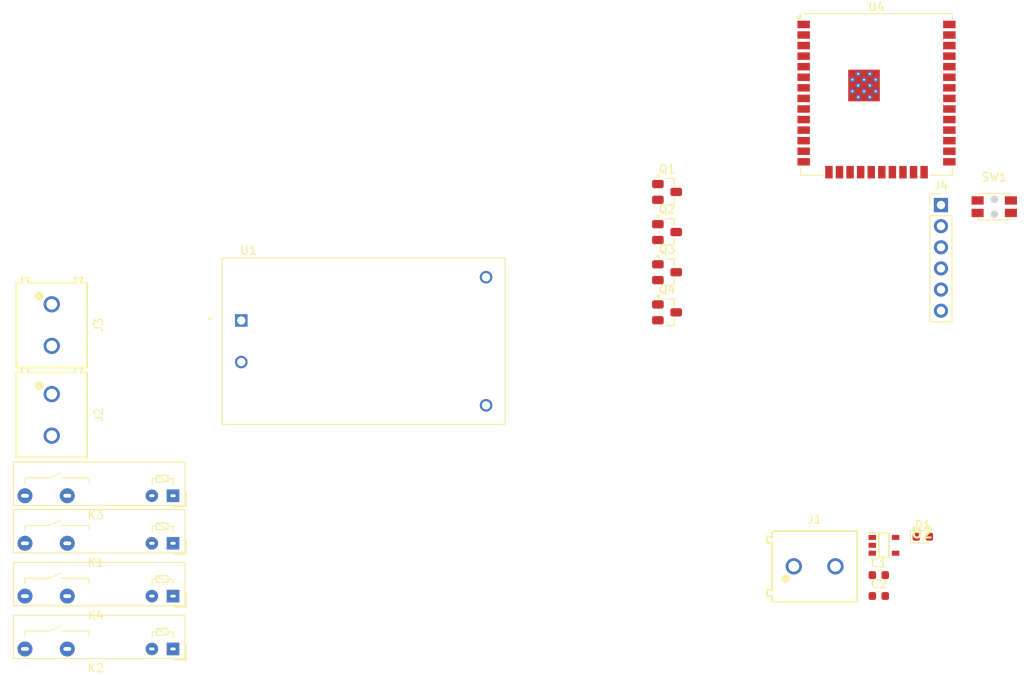
<source format=kicad_pcb>
(kicad_pcb (version 20240108) (generator "pcbnew") (generator_version "8.0")
  (layers (0 "F.Cu" signal) (31 "B.Cu" signal) (34 "B.Paste" user) (35 "F.Paste" user) (36 "B.SilkS" user "B.Silkscreen") (37 "F.SilkS" user "F.Silkscreen") (38 "B.Mask" user) (39 "F.Mask" user) (44 "Edge.Cuts" user))
  (net 0 "")
  (net 1 "+5V")
  (net 2 "Net-(D1-A)")
  (net 3 "GND")
  (net 4 "Net-(D2-A)")
  (net 5 "+3V3")
  (net 7 "Net-(U4-GND-Pad1)")
  (net 42 "Net-(D3-A)")
  (net 43 "Net-(D4-A)")
  (net 44 "Net-(D5-A)")
  (net 45 "/microcontroller/TX")
  (net 46 "/microcontroller/Flash")
  (net 47 "/microcontroller/RX")
  (net 48 "/microcontroller/Rst")
  (net 49 "/microcontroller/Button")
  (net 50 "/Relay and diver/Rel_sig1")
  (net 51 "/Relay and diver/Rel_sig2")
  (net 52 "/Relay and diver/Rel_sig4")
  (net 53 "/Relay and diver/Rel_sig3")
  (net 54 "/AC to DC conv/Neutral")
  (net 55 "/AC to DC conv/Phase")
  (net 59 "Net-(J2-Pin_1)")
  (net 60 "Net-(J2-Pin_2)")
  (net 61 "Net-(J3-Pin_2)")
  (net 62 "Net-(J3-Pin_1)")
  (footprint "Package_TO_SOT_SMD:SuperSOT-3" (layer "F.Cu") (at 184.3925 82.76)
    (property "Reference" "Q2" (at 0 -2.75 0) (layer "F.SilkS"))
    (property "Value" "FDN537N")
    (fp_line (start -0.18 -1.6) (end 0.85 -1.6) (stroke (width 0.12)) (layer "F.SilkS"))
    (fp_line (start -0.18 1.6) (end 0.85 1.6) (stroke (width 0.12)) (layer "F.SilkS"))
    (fp_line (start 0.85 -0.77) (end 0.85 -1.6) (stroke (width 0.12)) (layer "F.SilkS"))
    (fp_line (start 0.85 1.6) (end 0.85 0.77) (stroke (width 0.12)) (layer "F.SilkS"))
    (fp_poly (pts (xy -1.09 -1.71) (xy -1.33 -2.04) (xy -0.85 -2.04) (xy -1.09 -1.71)) (stroke (width 0.12)) (fill solid) (layer "F.SilkS"))
    (pad "1" smd roundrect (at -1.1 -0.95) (size 1.4 1) (layers "F.Cu" "F.Paste" "F.Mask") (net 53 "/Relay and diver/Rel_sig3"))
    (pad "2" smd roundrect (at -1.1 0.95) (size 1.4 1) (layers "F.Cu" "F.Paste" "F.Mask") (net 42 "Net-(D3-A)"))
    (pad "3" smd roundrect (at 1.1 0) (size 1.4 1) (layers "F.Cu" "F.Paste" "F.Mask") (net 3 "GND"))
  )
  (footprint "Rak_FP_Library:Relay_SPST_Fanahar_5A" (layer "F.Cu") (at 125.0575 120.1675 180)
    (property "Reference" "K1" (at 9.28 -2.3 360) (layer "F.SilkS"))
    (property "Value" "1-2071556-1")
    (fp_line (start 19.18 4.05) (end 19.18 -1.15) (stroke (width 0.12)) (layer "F.SilkS"))
    (fp_line (start 19.18 -1.15) (end -1.42 -1.15) (stroke (width 0.12)) (layer "F.SilkS"))
    (fp_line (start 17.79 2.15) (end 14.89 2.15) (stroke (width 0.12)) (layer "F.SilkS"))
    (fp_line (start 17.79 1.55) (end 17.79 2.15) (stroke (width 0.12)) (layer "F.SilkS"))
    (fp_line (start 14.89 2.15) (end 13.49 2.75) (stroke (width 0.12)) (layer "F.SilkS"))
    (fp_line (start 13.29 2.15) (end 10.09 2.15) (stroke (width 0.12)) (layer "F.SilkS"))
    (fp_line (start 10.09 2.15) (end 10.09 1.55) (stroke (width 0.12)) (layer "F.SilkS"))
    (fp_line (start 2.5 2.05) (end 2.5 1.35) (stroke (width 0.12)) (layer "F.SilkS"))
    (fp_line (start 2 2.45) (end 0.6 2.45) (stroke (width 0.12)) (layer "F.SilkS"))
    (fp_line (start 2 2.05) (end 2.5 2.05) (stroke (width 0.12)) (layer "F.SilkS"))
    (fp_line (start 2 1.65) (end 2 2.45) (stroke (width 0.12)) (layer "F.SilkS"))
    (fp_line (start 0.6 2.45) (end 0.6 2.05) (stroke (width 0.12)) (layer "F.SilkS"))
    (fp_line (start 0.6 2.05) (end 0.6 1.65) (stroke (width 0.12)) (layer "F.SilkS"))
    (fp_line (start 0.6 1.65) (end 2 2.45) (stroke (width 0.12)) (layer "F.SilkS"))
    (fp_line (start 0.6 1.65) (end 2 1.65) (stroke (width 0.12)) (layer "F.SilkS"))
    (fp_line (start 0 2.05) (end 0.6 2.05) (stroke (width 0.12)) (layer "F.SilkS"))
    (fp_line (start 0 1.35) (end 0 2.05) (stroke (width 0.12)) (layer "F.SilkS"))
    (fp_line (start -1.42 4.05) (end 19.18 4.05) (stroke (width 0.12)) (layer "F.SilkS"))
    (fp_line (start -1.42 -1.15) (end -1.42 4.05) (stroke (width 0.12)) (layer "F.SilkS"))
    (fp_line (start -1.59 0.53) (end -1.59 -1.32) (stroke (width 0.12)) (layer "F.SilkS"))
    (fp_line (start -1.59 -1.32) (end -0.1 -1.32) (stroke (width 0.12)) (layer "F.SilkS"))
    (pad "Com" thru_hole circle (at 12.7 0 180) (size 1.79 1.79) (drill oval 0.95 0.45) (layers "*.Cu" "*.Mask") (net 59 "Net-(J2-Pin_1)"))
    (pad "K1" thru_hole rect (at 0 0 180) (size 1.5 1.5) (drill oval 0.65 0.35) (layers "*.Cu" "*.Mask") (net 1 "+5V"))
    (pad "K2" thru_hole circle (at 2.54 0 180) (size 1.5 1.5) (drill oval 0.65 0.35) (layers "*.Cu" "*.Mask") (net 4 "Net-(D2-A)"))
    (pad "NO" thru_hole circle (at 17.78 0 180) (size 1.79 1.79) (drill oval 0.95 0.45) (layers "*.Cu" "*.Mask") (net 55 "/AC to DC conv/Phase"))
  )
  (footprint "Connector_PinHeader_2.54mm:PinHeader_1x06_P2.54mm_Vertical" (layer "F.Cu") (at 217.2925 79.51)
    (property "Reference" "J4" (at 0 -2.33 0) (layer "F.SilkS"))
    (property "Value" "Conn_01x06_Female")
    (fp_line (start -1.33 -1.33) (end 0 -1.33) (stroke (width 0.12)) (layer "F.SilkS"))
    (fp_line (start -1.33 0) (end -1.33 -1.33) (stroke (width 0.12)) (layer "F.SilkS"))
    (fp_line (start -1.33 1.27) (end -1.33 14.03) (stroke (width 0.12)) (layer "F.SilkS"))
    (fp_line (start -1.33 1.27) (end 1.33 1.27) (stroke (width 0.12)) (layer "F.SilkS"))
    (fp_line (start -1.33 14.03) (end 1.33 14.03) (stroke (width 0.12)) (layer "F.SilkS"))
    (fp_line (start 1.33 1.27) (end 1.33 14.03) (stroke (width 0.12)) (layer "F.SilkS"))
    (pad "1" thru_hole rect (at 0 0) (size 1.7 1.7) (drill 1) (layers "*.Cu" "*.Mask") (net 3 "GND"))
    (pad "2" thru_hole oval (at 0 2.54) (size 1.7 1.7) (drill 1) (layers "*.Cu" "*.Mask") (net 5 "+3V3"))
    (pad "3" thru_hole oval (at 0 5.08) (size 1.7 1.7) (drill 1) (layers "*.Cu" "*.Mask") (net 46 "/microcontroller/Flash"))
    (pad "4" thru_hole oval (at 0 7.62) (size 1.7 1.7) (drill 1) (layers "*.Cu" "*.Mask") (net 48 "/microcontroller/Rst"))
    (pad "5" thru_hole oval (at 0 10.16) (size 1.7 1.7) (drill 1) (layers "*.Cu" "*.Mask") (net 47 "/microcontroller/RX"))
    (pad "6" thru_hole oval (at 0 12.7) (size 1.7 1.7) (drill 1) (layers "*.Cu" "*.Mask") (net 45 "/microcontroller/TX"))
  )
  (footprint "Rak_FP_Library:2_terminal_block" (layer "F.Cu") (at 110.49 93.94 -90)
    (property "Reference" "J3" (at 0 -5.635 90) (layer "F.SilkS"))
    (property "Value" "Screw_Terminal_01x02")
    (fp_line (start -5.1 4.25) (end -5.1 3.5) (stroke (width 0.2)) (layer "F.SilkS"))
    (fp_line (start 5.1 4.25) (end -5.1 4.25) (stroke (width 0.2)) (layer "F.SilkS"))
    (fp_line (start -5.7 3.625) (end -5.7 2.75) (stroke (width 0.2)) (layer "F.SilkS"))
    (fp_line (start -5.1 3.5) (end -5.7 3.625) (stroke (width 0.2)) (layer "F.SilkS"))
    (fp_line (start -5.1 2.9) (end -5.1 -2.9) (stroke (width 0.2)) (layer "F.SilkS"))
    (fp_line (start -5.7 2.75) (end -5.1 2.9) (stroke (width 0.2)) (layer "F.SilkS"))
    (fp_line (start -5.7 -2.775) (end -5.7 -3.65) (stroke (width 0.2)) (layer "F.SilkS"))
    (fp_line (start -5.1 -2.9) (end -5.7 -2.775) (stroke (width 0.2)) (layer "F.SilkS"))
    (fp_line (start -5.1 -3.5) (end -5.1 -4.25) (stroke (width 0.2)) (layer "F.SilkS"))
    (fp_line (start -5.7 -3.65) (end -5.1 -3.5) (stroke (width 0.2)) (layer "F.SilkS"))
    (fp_line (start -5.1 -4.25) (end 5.1 -4.25) (stroke (width 0.2)) (layer "F.SilkS"))
    (fp_line (start 5.1 -4.25) (end 5.1 4.25) (stroke (width 0.2)) (layer "F.SilkS"))
    (fp_circle (center -3.5 1.5) (end -3.4 1.5) (stroke (width 0.4)) (fill none) (layer "F.SilkS"))
    (pad "1" thru_hole circle (at -2.5 0 270) (size 1.95 1.95) (drill 1.3) (layers "*.Cu" "*.Mask") (net 62 "Net-(J3-Pin_1)"))
    (pad "2" thru_hole circle (at 2.5 0 270) (size 1.95 1.95) (drill 1.3) (layers "*.Cu" "*.Mask") (net 61 "Net-(J3-Pin_2)"))
  )
  (footprint "Package_TO_SOT_SMD:SuperSOT-3" (layer "F.Cu") (at 184.3925 77.935)
    (property "Reference" "Q1" (at 0 -2.75 0) (layer "F.SilkS"))
    (property "Value" "FDN537N")
    (fp_line (start -0.18 -1.6) (end 0.85 -1.6) (stroke (width 0.12)) (layer "F.SilkS"))
    (fp_line (start -0.18 1.6) (end 0.85 1.6) (stroke (width 0.12)) (layer "F.SilkS"))
    (fp_line (start 0.85 -0.77) (end 0.85 -1.6) (stroke (width 0.12)) (layer "F.SilkS"))
    (fp_line (start 0.85 1.6) (end 0.85 0.77) (stroke (width 0.12)) (layer "F.SilkS"))
    (fp_poly (pts (xy -1.09 -1.71) (xy -1.33 -2.04) (xy -0.85 -2.04) (xy -1.09 -1.71)) (stroke (width 0.12)) (fill solid) (layer "F.SilkS"))
    (pad "1" smd roundrect (at -1.1 -0.95) (size 1.4 1) (layers "F.Cu" "F.Paste" "F.Mask") (net 50 "/Relay and diver/Rel_sig1"))
    (pad "2" smd roundrect (at -1.1 0.95) (size 1.4 1) (layers "F.Cu" "F.Paste" "F.Mask") (net 4 "Net-(D2-A)"))
    (pad "3" smd roundrect (at 1.1 0) (size 1.4 1) (layers "F.Cu" "F.Paste" "F.Mask") (net 3 "GND"))
  )
  (footprint "Rak_FP_Library:Relay_SPST_Fanahar_5A" (layer "F.Cu") (at 125.0575 132.8675 180)
    (property "Reference" "K2" (at 9.28 -2.3 360) (layer "F.SilkS"))
    (property "Value" "1-2071556-1")
    (fp_line (start 19.18 4.05) (end 19.18 -1.15) (stroke (width 0.12)) (layer "F.SilkS"))
    (fp_line (start 19.18 -1.15) (end -1.42 -1.15) (stroke (width 0.12)) (layer "F.SilkS"))
    (fp_line (start 17.79 2.15) (end 14.89 2.15) (stroke (width 0.12)) (layer "F.SilkS"))
    (fp_line (start 17.79 1.55) (end 17.79 2.15) (stroke (width 0.12)) (layer "F.SilkS"))
    (fp_line (start 14.89 2.15) (end 13.49 2.75) (stroke (width 0.12)) (layer "F.SilkS"))
    (fp_line (start 13.29 2.15) (end 10.09 2.15) (stroke (width 0.12)) (layer "F.SilkS"))
    (fp_line (start 10.09 2.15) (end 10.09 1.55) (stroke (width 0.12)) (layer "F.SilkS"))
    (fp_line (start 2.5 2.05) (end 2.5 1.35) (stroke (width 0.12)) (layer "F.SilkS"))
    (fp_line (start 2 2.45) (end 0.6 2.45) (stroke (width 0.12)) (layer "F.SilkS"))
    (fp_line (start 2 2.05) (end 2.5 2.05) (stroke (width 0.12)) (layer "F.SilkS"))
    (fp_line (start 2 1.65) (end 2 2.45) (stroke (width 0.12)) (layer "F.SilkS"))
    (fp_line (start 0.6 2.45) (end 0.6 2.05) (stroke (width 0.12)) (layer "F.SilkS"))
    (fp_line (start 0.6 2.05) (end 0.6 1.65) (stroke (width 0.12)) (layer "F.SilkS"))
    (fp_line (start 0.6 1.65) (end 2 2.45) (stroke (width 0.12)) (layer "F.SilkS"))
    (fp_line (start 0.6 1.65) (end 2 1.65) (stroke (width 0.12)) (layer "F.SilkS"))
    (fp_line (start 0 2.05) (end 0.6 2.05) (stroke (width 0.12)) (layer "F.SilkS"))
    (fp_line (start 0 1.35) (end 0 2.05) (stroke (width 0.12)) (layer "F.SilkS"))
    (fp_line (start -1.42 4.05) (end 19.18 4.05) (stroke (width 0.12)) (layer "F.SilkS"))
    (fp_line (start -1.42 -1.15) (end -1.42 4.05) (stroke (width 0.12)) (layer "F.SilkS"))
    (fp_line (start -1.59 0.53) (end -1.59 -1.32) (stroke (width 0.12)) (layer "F.SilkS"))
    (fp_line (start -1.59 -1.32) (end -0.1 -1.32) (stroke (width 0.12)) (layer "F.SilkS"))
    (pad "Com" thru_hole circle (at 12.7 0 180) (size 1.79 1.79) (drill oval 0.95 0.45) (layers "*.Cu" "*.Mask") (net 62 "Net-(J3-Pin_1)"))
    (pad "K1" thru_hole rect (at 0 0 180) (size 1.5 1.5) (drill oval 0.65 0.35) (layers "*.Cu" "*.Mask") (net 1 "+5V"))
    (pad "K2" thru_hole circle (at 2.54 0 180) (size 1.5 1.5) (drill oval 0.65 0.35) (layers "*.Cu" "*.Mask") (net 42 "Net-(D3-A)"))
    (pad "NO" thru_hole circle (at 17.78 0 180) (size 1.79 1.79) (drill oval 0.95 0.45) (layers "*.Cu" "*.Mask") (net 55 "/AC to DC conv/Phase"))
  )
  (footprint "LED_SMD:LED_0603_1608Metric" (layer "F.Cu") (at 215.1125 119.38)
    (property "Reference" "D1" (at 0 -1.43 0) (layer "F.SilkS"))
    (property "Value" "LED_verde")
    (fp_line (start -1.485 -0.735) (end -1.485 0.735) (stroke (width 0.12)) (layer "F.SilkS"))
    (fp_line (start -1.485 0.735) (end 0.8 0.735) (stroke (width 0.12)) (layer "F.SilkS"))
    (fp_line (start 0.8 -0.735) (end -1.485 -0.735) (stroke (width 0.12)) (layer "F.SilkS"))
    (pad "1" smd roundrect (at -0.7875 0) (size 0.875 0.95) (layers "F.Cu" "F.Paste" "F.Mask") (net 3 "GND"))
    (pad "2" smd roundrect (at 0.7875 0) (size 0.875 0.95) (layers "F.Cu" "F.Paste" "F.Mask") (net 2 "Net-(D1-A)"))
  )
  (footprint "Rak_FP_Library:ESP32-WROOM-32UE" (layer "F.Cu") (at 209.55 66.215)
    (property "Reference" "U4" (at 0 -10.5 0) (layer "F.SilkS"))
    (property "Value" "ESP32-WROOM-32UE")
    (fp_line (start -9.11 8.81) (end -9.11 9.71) (stroke (width 0.12)) (layer "F.SilkS"))
    (fp_line (start -9.11 9.71) (end -6.425 9.71) (stroke (width 0.12)) (layer "F.SilkS"))
    (fp_line (start -8.8 -9.71) (end 9.11 -9.71) (stroke (width 0.12)) (layer "F.SilkS"))
    (fp_line (start 6.425 9.71) (end 9.11 9.71) (stroke (width 0.12)) (layer "F.SilkS"))
    (fp_line (start 9.11 -9.71) (end 9.11 -9.12) (stroke (width 0.12)) (layer "F.SilkS"))
    (fp_line (start 9.11 8.81) (end 9.11 9.71) (stroke (width 0.12)) (layer "F.SilkS"))
    (fp_poly (pts (xy -9.11 -9.15) (xy -9.61 -9.15) (xy -9.11 -9.65) (xy -9.11 -9.15)) (stroke (width 0.12)) (fill solid) (layer "F.SilkS"))
    (pad "1" smd rect (at -8.75 -8.41) (size 1.5 0.9) (layers "F.Cu" "F.Paste" "F.Mask") (net 7 "Net-(U4-GND-Pad1)"))
    (pad "2" smd rect (at -8.75 -7.14) (size 1.5 0.9) (layers "F.Cu" "F.Paste" "F.Mask"))
    (pad "3" smd rect (at -8.75 -5.87) (size 1.5 0.9) (layers "F.Cu" "F.Paste" "F.Mask"))
    (pad "4" smd rect (at -8.75 -4.6) (size 1.5 0.9) (layers "F.Cu" "F.Paste" "F.Mask"))
    (pad "5" smd rect (at -8.75 -3.33) (size 1.5 0.9) (layers "F.Cu" "F.Paste" "F.Mask"))
    (pad "6" smd rect (at -8.75 -2.06) (size 1.5 0.9) (layers "F.Cu" "F.Paste" "F.Mask"))
    (pad "7" smd rect (at -8.75 -0.79) (size 1.5 0.9) (layers "F.Cu" "F.Paste" "F.Mask"))
    (pad "8" smd rect (at -8.75 0.48) (size 1.5 0.9) (layers "F.Cu" "F.Paste" "F.Mask"))
    (pad "9" smd rect (at -8.75 1.75) (size 1.5 0.9) (layers "F.Cu" "F.Paste" "F.Mask"))
    (pad "10" smd rect (at -8.75 3.02) (size 1.5 0.9) (layers "F.Cu" "F.Paste" "F.Mask"))
    (pad "11" smd rect (at -8.75 4.29) (size 1.5 0.9) (layers "F.Cu" "F.Paste" "F.Mask"))
    (pad "12" smd rect (at -8.75 5.56) (size 1.5 0.9) (layers "F.Cu" "F.Paste" "F.Mask"))
    (pad "13" smd rect (at -8.75 6.83) (size 1.5 0.9) (layers "F.Cu" "F.Paste" "F.Mask"))
    (pad "14" smd rect (at -8.75 8.1) (size 1.5 0.9) (layers "F.Cu" "F.Paste" "F.Mask"))
    (pad "15" smd rect (at -5.715 9.35 90) (size 1.5 0.9) (layers "F.Cu" "F.Paste" "F.Mask") (net 7 "Net-(U4-GND-Pad1)"))
    (pad "16" smd rect (at -4.445 9.35 90) (size 1.5 0.9) (layers "F.Cu" "F.Paste" "F.Mask"))
    (pad "17" smd rect (at -3.175 9.35 90) (size 1.5 0.9) (layers "F.Cu" "F.Paste" "F.Mask"))
    (pad "18" smd rect (at -1.905 9.35 90) (size 1.5 0.9) (layers "F.Cu" "F.Paste" "F.Mask"))
    (pad "19" smd rect (at -0.635 9.35 90) (size 1.5 0.9) (layers "F.Cu" "F.Paste" "F.Mask"))
    (pad "20" smd rect (at 0.635 9.35 90) (size 1.5 0.9) (layers "F.Cu" "F.Paste" "F.Mask"))
    (pad "21" smd rect (at 1.905 9.35 90) (size 1.5 0.9) (layers "F.Cu" "F.Paste" "F.Mask"))
    (pad "22" smd rect (at 3.175 9.35 90) (size 1.5 0.9) (layers "F.Cu" "F.Paste" "F.Mask"))
    (pad "23" smd rect (at 4.445 9.35 90) (size 1.5 0.9) (layers "F.Cu" "F.Paste" "F.Mask"))
    (pad "24" smd rect (at 5.715 9.35 90) (size 1.5 0.9) (layers "F.Cu" "F.Paste" "F.Mask"))
    (pad "25" smd rect (at 8.75 8.1) (size 1.5 0.9) (layers "F.Cu" "F.Paste" "F.Mask"))
    (pad "26" smd rect (at 8.75 6.83) (size 1.5 0.9) (layers "F.Cu" "F.Paste" "F.Mask"))
    (pad "27" smd rect (at 8.75 5.56) (size 1.5 0.9) (layers "F.Cu" "F.Paste" "F.Mask"))
    (pad "28" smd rect (at 8.75 4.29) (size 1.5 0.9) (layers "F.Cu" "F.Paste" "F.Mask"))
    (pad "29" smd rect (at 8.75 3.02) (size 1.5 0.9) (layers "F.Cu" "F.Paste" "F.Mask"))
    (pad "30" smd rect (at 8.75 1.75) (size 1.5 0.9) (layers "F.Cu" "F.Paste" "F.Mask"))
    (pad "31" smd rect (at 8.75 0.48) (size 1.5 0.9) (layers "F.Cu" "F.Paste" "F.Mask"))
    (pad "32" smd rect (at 8.75 -0.79) (size 1.5 0.9) (layers "F.Cu" "F.Paste" "F.Mask"))
    (pad "33" smd rect (at 8.75 -2.06) (size 1.5 0.9) (layers "F.Cu" "F.Paste" "F.Mask"))
    (pad "34" smd rect (at 8.75 -3.33) (size 1.5 0.9) (layers "F.Cu" "F.Paste" "F.Mask"))
    (pad "35" smd rect (at 8.75 -4.6) (size 1.5 0.9) (layers "F.Cu" "F.Paste" "F.Mask"))
    (pad "36" smd rect (at 8.75 -5.87) (size 1.5 0.9) (layers "F.Cu" "F.Paste" "F.Mask"))
    (pad "37" smd rect (at 8.75 -7.14) (size 1.5 0.9) (layers "F.Cu" "F.Paste" "F.Mask"))
    (pad "38" smd rect (at 8.75 -8.41) (size 1.5 0.9) (layers "F.Cu" "F.Paste" "F.Mask") (net 7 "Net-(U4-GND-Pad1)"))
    (pad "39" smd rect (at -2.9 -2.47) (size 0.9 0.9) (layers "F.Cu" "F.Paste") (net 7 "Net-(U4-GND-Pad1)"))
    (pad "39" thru_hole circle (at -2.9 -1.77) (size 0.6 0.6) (drill 0.2) (property pad_prop_heatsink) (layers "*.Cu" "F.Mask") (net 7 "Net-(U4-GND-Pad1)"))
    (pad "39" smd rect (at -2.9 -1.07) (size 0.9 0.9) (layers "F.Cu" "F.Paste") (net 7 "Net-(U4-GND-Pad1)"))
    (pad "39" thru_hole circle (at -2.9 -0.37) (size 0.6 0.6) (drill 0.2) (property pad_prop_heatsink) (layers "*.Cu" "F.Mask") (net 7 "Net-(U4-GND-Pad1)"))
    (pad "39" smd rect (at -2.9 0.33) (size 0.9 0.9) (layers "F.Cu" "F.Paste") (net 7 "Net-(U4-GND-Pad1)"))
    (pad "39" thru_hole circle (at -2.2 -2.47) (size 0.6 0.6) (drill 0.2) (property pad_prop_heatsink) (layers "*.Cu" "F.Mask") (net 7 "Net-(U4-GND-Pad1)"))
    (pad "39" thru_hole circle (at -2.2 -1.07) (size 0.6 0.6) (drill 0.2) (property pad_prop_heatsink) (layers "*.Cu" "F.Mask") (net 7 "Net-(U4-GND-Pad1)"))
    (pad "39" thru_hole circle (at -2.2 0.33) (size 0.6 0.6) (drill 0.2) (property pad_prop_heatsink) (layers "*.Cu" "F.Mask") (net 7 "Net-(U4-GND-Pad1)"))
    (pad "39" smd rect (at -1.5 -2.47) (size 0.9 0.9) (layers "F.Cu" "F.Paste") (net 7 "Net-(U4-GND-Pad1)"))
    (pad "39" thru_hole circle (at -1.5 -1.77) (size 0.6 0.6) (drill 0.2) (property pad_prop_heatsink) (layers "*.Cu" "F.Mask") (net 7 "Net-(U4-GND-Pad1)"))
    (pad "39" smd rect (at -1.5 -1.07) (size 0.9 0.9) (layers "F.Cu" "F.Paste") (net 7 "Net-(U4-GND-Pad1)"))
    (pad "39" smd rect (at -1.5 -1.07) (size 3.8 3.8) (layers "F.Cu" "F.Mask") (net 7 "Net-(U4-GND-Pad1)"))
    (pad "39" thru_hole circle (at -1.5 -0.37) (size 0.6 0.6) (drill 0.2) (property pad_prop_heatsink) (layers "*.Cu" "F.Mask") (net 7 "Net-(U4-GND-Pad1)"))
    (pad "39" smd rect (at -1.5 0.33) (size 0.9 0.9) (layers "F.Cu" "F.Paste") (net 7 "Net-(U4-GND-Pad1)"))
    (pad "39" thru_hole circle (at -0.8 -2.47) (size 0.6 0.6) (drill 0.2) (property pad_prop_heatsink) (layers "*.Cu" "F.Mask") (net 7 "Net-(U4-GND-Pad1)"))
    (pad "39" thru_hole circle (at -0.8 -1.07) (size 0.6 0.6) (drill 0.2) (property pad_prop_heatsink) (layers "*.Cu" "F.Mask") (net 7 "Net-(U4-GND-Pad1)"))
    (pad "39" thru_hole circle (at -0.8 0.33) (size 0.6 0.6) (drill 0.2) (property pad_prop_heatsink) (layers "*.Cu" "F.Mask") (net 7 "Net-(U4-GND-Pad1)"))
    (pad "39" smd rect (at -0.1 -2.47) (size 0.9 0.9) (layers "F.Cu" "F.Paste") (net 7 "Net-(U4-GND-Pad1)"))
    (pad "39" thru_hole circle (at -0.1 -1.77) (size 0.6 0.6) (drill 0.2) (property pad_prop_heatsink) (layers "*.Cu" "F.Mask") (net 7 "Net-(U4-GND-Pad1)"))
    (pad "39" smd rect (at -0.1 -1.07) (size 0.9 0.9) (layers "F.Cu" "F.Paste") (net 7 "Net-(U4-GND-Pad1)"))
    (pad "39" thru_hole circle (at -0.1 -0.37) (size 0.6 0.6) (drill 0.2) (property pad_prop_heatsink) (layers "*.Cu" "F.Mask") (net 7 "Net-(U4-GND-Pad1)"))
    (pad "39" smd rect (at -0.1 0.33) (size 0.9 0.9) (layers "F.Cu" "F.Paste") (net 7 "Net-(U4-GND-Pad1)"))
  )
  (footprint "Package_TO_SOT_SMD:SuperSOT-3" (layer "F.Cu") (at 184.3925 87.585)
    (property "Reference" "Q3" (at 0 -2.75 0) (layer "F.SilkS"))
    (property "Value" "FDN537N")
    (fp_line (start -0.18 -1.6) (end 0.85 -1.6) (stroke (width 0.12)) (layer "F.SilkS"))
    (fp_line (start -0.18 1.6) (end 0.85 1.6) (stroke (width 0.12)) (layer "F.SilkS"))
    (fp_line (start 0.85 -0.77) (end 0.85 -1.6) (stroke (width 0.12)) (layer "F.SilkS"))
    (fp_line (start 0.85 1.6) (end 0.85 0.77) (stroke (width 0.12)) (layer "F.SilkS"))
    (fp_poly (pts (xy -1.09 -1.71) (xy -1.33 -2.04) (xy -0.85 -2.04) (xy -1.09 -1.71)) (stroke (width 0.12)) (fill solid) (layer "F.SilkS"))
    (pad "1" smd roundrect (at -1.1 -0.95) (size 1.4 1) (layers "F.Cu" "F.Paste" "F.Mask") (net 51 "/Relay and diver/Rel_sig2"))
    (pad "2" smd roundrect (at -1.1 0.95) (size 1.4 1) (layers "F.Cu" "F.Paste" "F.Mask") (net 43 "Net-(D4-A)"))
    (pad "3" smd roundrect (at 1.1 0) (size 1.4 1) (layers "F.Cu" "F.Paste" "F.Mask") (net 3 "GND"))
  )
  (footprint "Rak_FP_Library:2_terminal_block" (layer "F.Cu") (at 202.1175 122.935)
    (property "Reference" "J1" (at 0 -5.635 0) (layer "F.SilkS"))
    (property "Value" "Screw_Terminal_01x02")
    (fp_line (start -5.7 -3.65) (end -5.1 -3.5) (stroke (width 0.2)) (layer "F.SilkS"))
    (fp_line (start -5.7 -2.775) (end -5.7 -3.65) (stroke (width 0.2)) (layer "F.SilkS"))
    (fp_line (start -5.7 2.75) (end -5.1 2.9) (stroke (width 0.2)) (layer "F.SilkS"))
    (fp_line (start -5.7 3.625) (end -5.7 2.75) (stroke (width 0.2)) (layer "F.SilkS"))
    (fp_line (start -5.1 -4.25) (end 5.1 -4.25) (stroke (width 0.2)) (layer "F.SilkS"))
    (fp_line (start -5.1 -3.5) (end -5.1 -4.25) (stroke (width 0.2)) (layer "F.SilkS"))
    (fp_line (start -5.1 -2.9) (end -5.7 -2.775) (stroke (width 0.2)) (layer "F.SilkS"))
    (fp_line (start -5.1 2.9) (end -5.1 -2.9) (stroke (width 0.2)) (layer "F.SilkS"))
    (fp_line (start -5.1 3.5) (end -5.7 3.625) (stroke (width 0.2)) (layer "F.SilkS"))
    (fp_line (start -5.1 4.25) (end -5.1 3.5) (stroke (width 0.2)) (layer "F.SilkS"))
    (fp_line (start 5.1 -4.25) (end 5.1 4.25) (stroke (width 0.2)) (layer "F.SilkS"))
    (fp_line (start 5.1 4.25) (end -5.1 4.25) (stroke (width 0.2)) (layer "F.SilkS"))
    (fp_circle (center -3.5 1.5) (end -3.4 1.5) (stroke (width 0.4)) (fill none) (layer "F.SilkS"))
    (pad "1" thru_hole circle (at -2.5 0) (size 1.95 1.95) (drill 1.3) (layers "*.Cu" "*.Mask") (net 55 "/AC to DC conv/Phase"))
    (pad "2" thru_hole circle (at 2.5 0) (size 1.95 1.95) (drill 1.3) (layers "*.Cu" "*.Mask") (net 54 "/AC to DC conv/Neutral"))
  )
  (footprint "Package_TO_SOT_SMD:SuperSOT-3" (layer "F.Cu") (at 184.3925 92.41)
    (property "Reference" "Q4" (at 0 -2.75 0) (layer "F.SilkS"))
    (property "Value" "FDN537N")
    (fp_line (start -0.18 -1.6) (end 0.85 -1.6) (stroke (width 0.12)) (layer "F.SilkS"))
    (fp_line (start -0.18 1.6) (end 0.85 1.6) (stroke (width 0.12)) (layer "F.SilkS"))
    (fp_line (start 0.85 -0.77) (end 0.85 -1.6) (stroke (width 0.12)) (layer "F.SilkS"))
    (fp_line (start 0.85 1.6) (end 0.85 0.77) (stroke (width 0.12)) (layer "F.SilkS"))
    (fp_poly (pts (xy -1.09 -1.71) (xy -1.33 -2.04) (xy -0.85 -2.04) (xy -1.09 -1.71)) (stroke (width 0.12)) (fill solid) (layer "F.SilkS"))
    (pad "1" smd roundrect (at -1.1 -0.95) (size 1.4 1) (layers "F.Cu" "F.Paste" "F.Mask") (net 52 "/Relay and diver/Rel_sig4"))
    (pad "2" smd roundrect (at -1.1 0.95) (size 1.4 1) (layers "F.Cu" "F.Paste" "F.Mask") (net 44 "Net-(D5-A)"))
    (pad "3" smd roundrect (at 1.1 0) (size 1.4 1) (layers "F.Cu" "F.Paste" "F.Mask") (net 3 "GND"))
  )
  (footprint "Capacitor_SMD:C_0603_1608Metric" (layer "F.Cu") (at 209.8225 126.5)
    (property "Reference" "C2" (at 0 -1.43 0) (layer "F.SilkS"))
    (property "Value" "1uF")
    (fp_line (start -0.14058 -0.51) (end 0.14058 -0.51) (stroke (width 0.12)) (layer "F.SilkS"))
    (fp_line (start -0.14058 0.51) (end 0.14058 0.51) (stroke (width 0.12)) (layer "F.SilkS"))
    (pad "1" smd roundrect (at -0.775 0) (size 0.9 0.95) (layers "F.Cu" "F.Paste" "F.Mask") (net 5 "+3V3"))
    (pad "2" smd roundrect (at 0.775 0) (size 0.9 0.95) (layers "F.Cu" "F.Paste" "F.Mask") (net 3 "GND"))
  )
  (footprint "Rak_FP_Library:Relay_SPST_Fanahar_5A" (layer "F.Cu") (at 125.0575 126.5175 180)
    (property "Reference" "K4" (at 9.28 -2.3 360) (layer "F.SilkS"))
    (property "Value" "1-2071556-1")
    (fp_line (start 19.18 4.05) (end 19.18 -1.15) (stroke (width 0.12)) (layer "F.SilkS"))
    (fp_line (start 19.18 -1.15) (end -1.42 -1.15) (stroke (width 0.12)) (layer "F.SilkS"))
    (fp_line (start 17.79 2.15) (end 14.89 2.15) (stroke (width 0.12)) (layer "F.SilkS"))
    (fp_line (start 17.79 1.55) (end 17.79 2.15) (stroke (width 0.12)) (layer "F.SilkS"))
    (fp_line (start 14.89 2.15) (end 13.49 2.75) (stroke (width 0.12)) (layer "F.SilkS"))
    (fp_line (start 13.29 2.15) (end 10.09 2.15) (stroke (width 0.12)) (layer "F.SilkS"))
    (fp_line (start 10.09 2.15) (end 10.09 1.55) (stroke (width 0.12)) (layer "F.SilkS"))
    (fp_line (start 2.5 2.05) (end 2.5 1.35) (stroke (width 0.12)) (layer "F.SilkS"))
    (fp_line (start 2 2.45) (end 0.6 2.45) (stroke (width 0.12)) (layer "F.SilkS"))
    (fp_line (start 2 2.05) (end 2.5 2.05) (stroke (width 0.12)) (layer "F.SilkS"))
    (fp_line (start 2 1.65) (end 2 2.45) (stroke (width 0.12)) (layer "F.SilkS"))
    (fp_line (start 0.6 2.45) (end 0.6 2.05) (stroke (width 0.12)) (layer "F.SilkS"))
    (fp_line (start 0.6 2.05) (end 0.6 1.65) (stroke (width 0.12)) (layer "F.SilkS"))
    (fp_line (start 0.6 1.65) (end 2 2.45) (stroke (width 0.12)) (layer "F.SilkS"))
    (fp_line (start 0.6 1.65) (end 2 1.65) (stroke (width 0.12)) (layer "F.SilkS"))
    (fp_line (start 0 2.05) (end 0.6 2.05) (stroke (width 0.12)) (layer "F.SilkS"))
    (fp_line (start 0 1.35) (end 0 2.05) (stroke (width 0.12)) (layer "F.SilkS"))
    (fp_line (start -1.42 4.05) (end 19.18 4.05) (stroke (width 0.12)) (layer "F.SilkS"))
    (fp_line (start -1.42 -1.15) (end -1.42 4.05) (stroke (width 0.12)) (layer "F.SilkS"))
    (fp_line (start -1.59 0.53) (end -1.59 -1.32) (stroke (width 0.12)) (layer "F.SilkS"))
    (fp_line (start -1.59 -1.32) (end -0.1 -1.32) (stroke (width 0.12)) (layer "F.SilkS"))
    (pad "Com" thru_hole circle (at 12.7 0 180) (size 1.79 1.79) (drill oval 0.95 0.45) (layers "*.Cu" "*.Mask") (net 61 "Net-(J3-Pin_2)"))
    (pad "K1" thru_hole rect (at 0 0 180) (size 1.5 1.5) (drill oval 0.65 0.35) (layers "*.Cu" "*.Mask") (net 1 "+5V"))
    (pad "K2" thru_hole circle (at 2.54 0 180) (size 1.5 1.5) (drill oval 0.65 0.35) (layers "*.Cu" "*.Mask") (net 44 "Net-(D5-A)"))
    (pad "NO" thru_hole circle (at 17.78 0 180) (size 1.79 1.79) (drill oval 0.95 0.45) (layers "*.Cu" "*.Mask") (net 55 "/AC to DC conv/Phase"))
  )
  (footprint "Rak_FP_Library:Relay_SPST_Fanahar_5A" (layer "F.Cu") (at 125.0575 114.4525 180)
    (property "Reference" "K3" (at 9.28 -2.3 360) (layer "F.SilkS"))
    (property "Value" "1-2071556-1")
    (fp_line (start 19.18 4.05) (end 19.18 -1.15) (stroke (width 0.12)) (layer "F.SilkS"))
    (fp_line (start 19.18 -1.15) (end -1.42 -1.15) (stroke (width 0.12)) (layer "F.SilkS"))
    (fp_line (start 17.79 2.15) (end 14.89 2.15) (stroke (width 0.12)) (layer "F.SilkS"))
    (fp_line (start 17.79 1.55) (end 17.79 2.15) (stroke (width 0.12)) (layer "F.SilkS"))
    (fp_line (start 14.89 2.15) (end 13.49 2.75) (stroke (width 0.12)) (layer "F.SilkS"))
    (fp_line (start 13.29 2.15) (end 10.09 2.15) (stroke (width 0.12)) (layer "F.SilkS"))
    (fp_line (start 10.09 2.15) (end 10.09 1.55) (stroke (width 0.12)) (layer "F.SilkS"))
    (fp_line (start 2.5 2.05) (end 2.5 1.35) (stroke (width 0.12)) (layer "F.SilkS"))
    (fp_line (start 2 2.45) (end 0.6 2.45) (stroke (width 0.12)) (layer "F.SilkS"))
    (fp_line (start 2 2.05) (end 2.5 2.05) (stroke (width 0.12)) (layer "F.SilkS"))
    (fp_line (start 2 1.65) (end 2 2.45) (stroke (width 0.12)) (layer "F.SilkS"))
    (fp_line (start 0.6 2.45) (end 0.6 2.05) (stroke (width 0.12)) (layer "F.SilkS"))
    (fp_line (start 0.6 2.05) (end 0.6 1.65) (stroke (width 0.12)) (layer "F.SilkS"))
    (fp_line (start 0.6 1.65) (end 2 2.45) (stroke (width 0.12)) (layer "F.SilkS"))
    (fp_line (start 0.6 1.65) (end 2 1.65) (stroke (width 0.12)) (layer "F.SilkS"))
    (fp_line (start 0 2.05) (end 0.6 2.05) (stroke (width 0.12)) (layer "F.SilkS"))
    (fp_line (start 0 1.35) (end 0 2.05) (stroke (width 0.12)) (layer "F.SilkS"))
    (fp_line (start -1.42 4.05) (end 19.18 4.05) (stroke (width 0.12)) (layer "F.SilkS"))
    (fp_line (start -1.42 -1.15) (end -1.42 4.05) (stroke (width 0.12)) (layer "F.SilkS"))
    (fp_line (start -1.59 0.53) (end -1.59 -1.32) (stroke (width 0.12)) (layer "F.SilkS"))
    (fp_line (start -1.59 -1.32) (end -0.1 -1.32) (stroke (width 0.12)) (layer "F.SilkS"))
    (pad "Com" thru_hole circle (at 12.7 0 180) (size 1.79 1.79) (drill oval 0.95 0.45) (layers "*.Cu" "*.Mask") (net 60 "Net-(J2-Pin_2)"))
    (pad "K1" thru_hole rect (at 0 0 180) (size 1.5 1.5) (drill oval 0.65 0.35) (layers "*.Cu" "*.Mask") (net 1 "+5V"))
    (pad "K2" thru_hole circle (at 2.54 0 180) (size 1.5 1.5) (drill oval 0.65 0.35) (layers "*.Cu" "*.Mask") (net 43 "Net-(D4-A)"))
    (pad "NO" thru_hole circle (at 17.78 0 180) (size 1.79 1.79) (drill oval 0.95 0.45) (layers "*.Cu" "*.Mask") (net 55 "/AC to DC conv/Phase"))
  )
  (footprint "Rak_FP_Library:CONV_HLK-PM01" (layer "F.Cu") (at 147.955 95.885)
    (property "Reference" "U1" (at -13.825 -10.935 0) (layer "F.SilkS"))
    (property "Value" "HLK-PM01")
    (fp_line (start -17 -10) (end -17 10) (stroke (width 0.127)) (layer "F.SilkS"))
    (fp_line (start -17 10) (end 17 10) (stroke (width 0.127)) (layer "F.SilkS"))
    (fp_line (start 17 -10) (end -17 -10) (stroke (width 0.127)) (layer "F.SilkS"))
    (fp_line (start 17 10) (end 17 -10) (stroke (width 0.127)) (layer "F.SilkS"))
    (fp_circle (center -18.4502 -2.7) (end -18.3502 -2.7) (stroke (width 0.2)) (fill none) (layer "F.SilkS"))
    (pad "1" thru_hole rect (at -14.7 -2.5) (size 1.508 1.508) (drill 1) (layers "*.Cu" "*.Mask") (net 54 "/AC to DC conv/Neutral"))
    (pad "2" thru_hole circle (at -14.7 2.5) (size 1.508 1.508) (drill 1) (layers "*.Cu" "*.Mask") (net 55 "/AC to DC conv/Phase"))
    (pad "3" thru_hole circle (at 14.7 -7.7) (size 1.508 1.508) (drill 1) (layers "*.Cu" "*.Mask") (net 3 "GND"))
    (pad "4" thru_hole circle (at 14.7 7.7) (size 1.508 1.508) (drill 1) (layers "*.Cu" "*.Mask") (net 1 "+5V"))
  )
  (footprint "Capacitor_SMD:C_0603_1608Metric" (layer "F.Cu") (at 209.8225 123.99)
    (property "Reference" "C1" (at 0 -1.43 0) (layer "F.SilkS"))
    (property "Value" "1uF")
    (fp_line (start -0.14058 -0.51) (end 0.14058 -0.51) (stroke (width 0.12)) (layer "F.SilkS"))
    (fp_line (start -0.14058 0.51) (end 0.14058 0.51) (stroke (width 0.12)) (layer "F.SilkS"))
    (pad "1" smd roundrect (at -0.775 0) (size 0.9 0.95) (layers "F.Cu" "F.Paste" "F.Mask") (net 1 "+5V"))
    (pad "2" smd roundrect (at 0.775 0) (size 0.9 0.95) (layers "F.Cu" "F.Paste" "F.Mask") (net 3 "GND"))
  )
  (footprint "Rak_FP_Library:SW_SPST_withpost" (layer "F.Cu") (at 223.6925 79.71)
    (property "Reference" "SW1" (at 0 -3.556 0) (layer "F.SilkS"))
    (property "Value" "SW_Push")
    (fp_line (start -1.89 1.345) (end -1.89 1.595) (stroke (width 0.12)) (layer "F.SilkS"))
    (fp_line (start -1.875 -1.6) (end -1.875 -1.35) (stroke (width 0.12)) (layer "F.SilkS"))
    (fp_line (start -1.875 1.6) (end 1.875 1.6) (stroke (width 0.12)) (layer "F.SilkS"))
    (fp_line (start 1.875 -1.6) (end -1.875 -1.6) (stroke (width 0.12)) (layer "F.SilkS"))
    (fp_line (start 1.875 -1.6) (end 1.875 -1.35) (stroke (width 0.12)) (layer "F.SilkS"))
    (fp_line (start 1.89 1.34) (end 1.89 1.59) (stroke (width 0.12)) (layer "F.SilkS"))
    (fp_circle (center 0 -0.9) (end 0.4 -0.9) (stroke (width 0.12)) (fill solid) (layer "Edge.Cuts"))
    (fp_circle (center 0 0.9) (end 0.4 0.9) (stroke (width 0.12)) (fill solid) (layer "Edge.Cuts"))
    (pad "1" smd rect (at -2 -0.75) (size 1.45 1) (layers "F.Cu" "F.Paste" "F.Mask"))
    (pad "2" smd rect (at 2 -0.75) (size 1.45 1) (layers "F.Cu" "F.Paste" "F.Mask") (net 49 "/microcontroller/Button"))
    (pad "3" smd rect (at -2 0.75) (size 1.45 1) (layers "F.Cu" "F.Paste" "F.Mask") (net 3 "GND"))
    (pad "4" smd rect (at 2 0.75) (size 1.45 1) (layers "F.Cu" "F.Paste" "F.Mask"))
  )
  (footprint "Rak_FP_Library:SOT95P280X125-5N" (layer "F.Cu") (at 210.4425 120.41)
    (property "Reference" "U2" (at 4.572 -1.524 0) (layer "F.SilkS") (effects (font (size 1.27 1.27) (thickness 0.254))))
    (property "Value" "BU33SD5WG-TR" (hide yes))
    (fp_line (start -1.85 -1.5) (end -0.95 -1.5) (stroke (width 0.2)) (layer "F.SilkS"))
    (fp_line (start -0.6 -1.45) (end 0.6 -1.45) (stroke (width 0.2)) (layer "F.SilkS"))
    (fp_line (start -0.6 1.45) (end -0.6 -1.45) (stroke (width 0.2)) (layer "F.SilkS"))
    (fp_line (start 0.6 -1.45) (end 0.6 1.45) (stroke (width 0.2)) (layer "F.SilkS"))
    (fp_line (start 0.6 1.45) (end -0.6 1.45) (stroke (width 0.2)) (layer "F.SilkS"))
    (pad "1" smd rect (at -1.4 -0.95 90) (size 0.6 0.9) (layers "F.Cu" "F.Paste" "F.Mask") (net 1 "+5V"))
    (pad "2" smd rect (at -1.4 0 90) (size 0.6 0.9) (layers "F.Cu" "F.Paste" "F.Mask") (net 3 "GND"))
    (pad "3" smd rect (at -1.4 0.95 90) (size 0.6 0.9) (layers "F.Cu" "F.Paste" "F.Mask") (net 1 "+5V"))
    (pad "4" smd rect (at 1.4 0.95 90) (size 0.6 0.9) (layers "F.Cu" "F.Paste" "F.Mask"))
    (pad "5" smd rect (at 1.4 -0.95 90) (size 0.6 0.9) (layers "F.Cu" "F.Paste" "F.Mask") (net 5 "+3V3"))
  )
  (footprint "Rak_FP_Library:2_terminal_block" (layer "F.Cu") (at 110.49 104.735 -90)
    (property "Reference" "J2" (at 0 -5.635 90) (layer "F.SilkS"))
    (property "Value" "Screw_Terminal_01x02")
    (fp_line (start -5.1 4.25) (end -5.1 3.5) (stroke (width 0.2)) (layer "F.SilkS"))
    (fp_line (start 5.1 4.25) (end -5.1 4.25) (stroke (width 0.2)) (layer "F.SilkS"))
    (fp_line (start -5.7 3.625) (end -5.7 2.75) (stroke (width 0.2)) (layer "F.SilkS"))
    (fp_line (start -5.1 3.5) (end -5.7 3.625) (stroke (width 0.2)) (layer "F.SilkS"))
    (fp_line (start -5.1 2.9) (end -5.1 -2.9) (stroke (width 0.2)) (layer "F.SilkS"))
    (fp_line (start -5.7 2.75) (end -5.1 2.9) (stroke (width 0.2)) (layer "F.SilkS"))
    (fp_line (start -5.7 -2.775) (end -5.7 -3.65) (stroke (width 0.2)) (layer "F.SilkS"))
    (fp_line (start -5.1 -2.9) (end -5.7 -2.775) (stroke (width 0.2)) (layer "F.SilkS"))
    (fp_line (start -5.1 -3.5) (end -5.1 -4.25) (stroke (width 0.2)) (layer "F.SilkS"))
    (fp_line (start -5.7 -3.65) (end -5.1 -3.5) (stroke (width 0.2)) (layer "F.SilkS"))
    (fp_line (start -5.1 -4.25) (end 5.1 -4.25) (stroke (width 0.2)) (layer "F.SilkS"))
    (fp_line (start 5.1 -4.25) (end 5.1 4.25) (stroke (width 0.2)) (layer "F.SilkS"))
    (fp_circle (center -3.5 1.5) (end -3.4 1.5) (stroke (width 0.4)) (fill none) (layer "F.SilkS"))
    (pad "1" thru_hole circle (at -2.5 0 270) (size 1.95 1.95) (drill 1.3) (layers "*.Cu" "*.Mask") (net 59 "Net-(J2-Pin_1)"))
    (pad "2" thru_hole circle (at 2.5 0 270) (size 1.95 1.95) (drill 1.3) (layers "*.Cu" "*.Mask") (net 60 "Net-(J2-Pin_2)"))
  )
)
</source>
